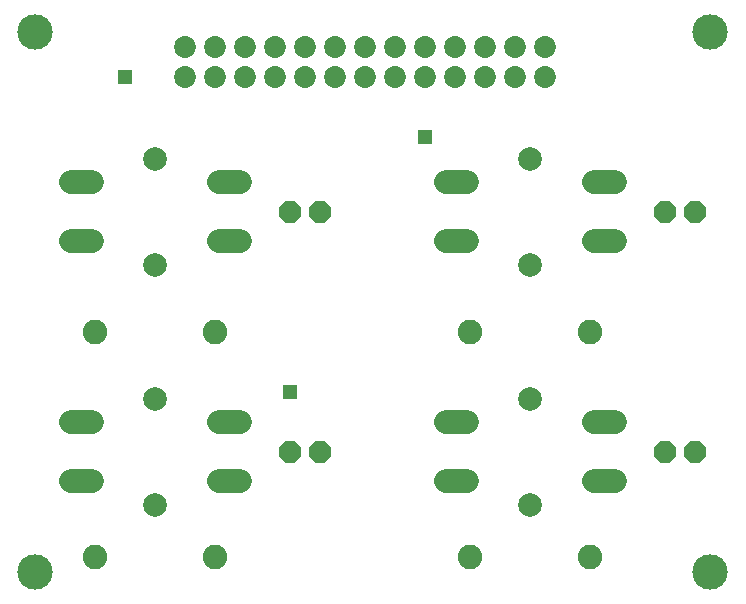
<source format=gts>
G75*
%MOIN*%
%OFA0B0*%
%FSLAX24Y24*%
%IPPOS*%
%LPD*%
%AMOC8*
5,1,8,0,0,1.08239X$1,22.5*
%
%ADD10C,0.1182*%
%ADD11C,0.0730*%
%ADD12OC8,0.0740*%
%ADD13C,0.0785*%
%ADD14C,0.0790*%
%ADD15C,0.0820*%
%ADD16R,0.0476X0.0476*%
%ADD17R,0.0516X0.0516*%
D10*
X001100Y001100D03*
X001100Y019100D03*
X023600Y019100D03*
X023600Y001100D03*
D11*
X018100Y017600D03*
X018100Y018600D03*
X017100Y018600D03*
X017100Y017600D03*
X016100Y017600D03*
X016100Y018600D03*
X015100Y018600D03*
X015100Y017600D03*
X014100Y017600D03*
X014100Y018600D03*
X013100Y018600D03*
X013100Y017600D03*
X012100Y017600D03*
X012100Y018600D03*
X011100Y018600D03*
X011100Y017600D03*
X010100Y017600D03*
X010100Y018600D03*
X009100Y018600D03*
X009100Y017600D03*
X008100Y017600D03*
X008100Y018600D03*
X007100Y018600D03*
X007100Y017600D03*
X006100Y017600D03*
X006100Y018600D03*
D12*
X009600Y013100D03*
X010600Y013100D03*
X010600Y005100D03*
X009600Y005100D03*
X022100Y005100D03*
X023100Y005100D03*
X023100Y013100D03*
X022100Y013100D03*
D13*
X020413Y012120D02*
X019708Y012120D01*
X019708Y014080D02*
X020413Y014080D01*
X015493Y014080D02*
X014788Y014080D01*
X014788Y012120D02*
X015493Y012120D01*
X015493Y006080D02*
X014788Y006080D01*
X014788Y004120D02*
X015493Y004120D01*
X019708Y004120D02*
X020413Y004120D01*
X020413Y006080D02*
X019708Y006080D01*
X007913Y006080D02*
X007208Y006080D01*
X007208Y004120D02*
X007913Y004120D01*
X002993Y004120D02*
X002288Y004120D01*
X002288Y006080D02*
X002993Y006080D01*
X002993Y012120D02*
X002288Y012120D01*
X002288Y014080D02*
X002993Y014080D01*
X007208Y014080D02*
X007913Y014080D01*
X007913Y012120D02*
X007208Y012120D01*
D14*
X005100Y011330D03*
X005100Y014870D03*
X005100Y006870D03*
X005100Y003330D03*
X017600Y003330D03*
X017600Y006870D03*
X017600Y011330D03*
X017600Y014870D03*
D15*
X015600Y009100D03*
X019600Y009100D03*
X019600Y001600D03*
X015600Y001600D03*
X007100Y001600D03*
X003100Y001600D03*
X003100Y009100D03*
X007100Y009100D03*
D16*
X014100Y015600D03*
X004100Y017600D03*
D17*
X009600Y007100D03*
M02*

</source>
